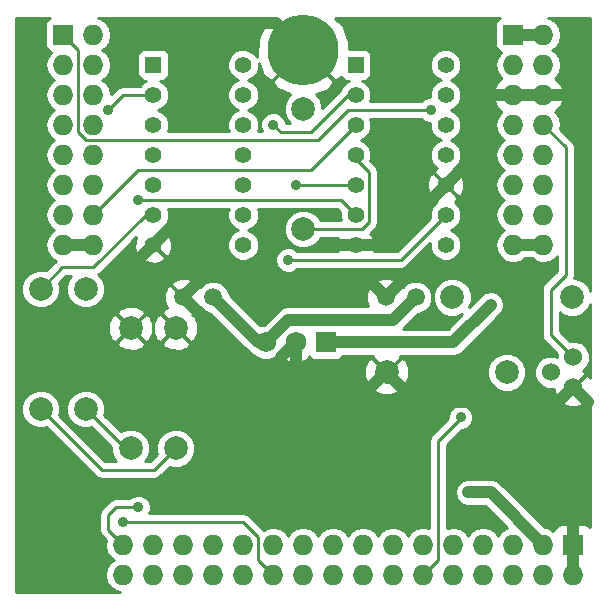
<source format=gbl>
%FSLAX34Y34*%
G04 Gerber Fmt 3.4, Leading zero omitted, Abs format*
G04 (created by PCBNEW (2014-jan-25)-product) date Tue 29 Jul 2014 10:47:11 AM PDT*
%MOIN*%
G01*
G70*
G90*
G04 APERTURE LIST*
%ADD10C,0.003937*%
%ADD11C,0.059100*%
%ADD12C,0.236220*%
%ADD13R,0.068000X0.068000*%
%ADD14O,0.068000X0.068000*%
%ADD15C,0.068000*%
%ADD16C,0.060000*%
%ADD17C,0.078700*%
%ADD18R,0.055000X0.055000*%
%ADD19C,0.055000*%
%ADD20C,0.035000*%
%ADD21C,0.040000*%
%ADD22C,0.010000*%
G04 APERTURE END LIST*
G54D10*
G54D11*
X37000Y-50250D03*
X36000Y-50250D03*
X43750Y-50250D03*
X42750Y-50250D03*
G54D12*
X40000Y-42000D03*
G54D13*
X32000Y-41500D03*
G54D14*
X33000Y-41500D03*
X32000Y-42500D03*
X33000Y-42500D03*
X32000Y-43500D03*
X33000Y-43500D03*
X32000Y-44500D03*
X33000Y-44500D03*
X32000Y-45500D03*
X33000Y-45500D03*
X32000Y-46500D03*
X33000Y-46500D03*
X32000Y-47500D03*
X33000Y-47500D03*
X32000Y-48500D03*
X33000Y-48500D03*
G54D13*
X47000Y-41500D03*
G54D14*
X48000Y-41500D03*
X47000Y-42500D03*
X48000Y-42500D03*
X47000Y-43500D03*
X48000Y-43500D03*
X47000Y-44500D03*
X48000Y-44500D03*
X47000Y-45500D03*
X48000Y-45500D03*
X47000Y-46500D03*
X48000Y-46500D03*
X47000Y-47500D03*
X48000Y-47500D03*
X47000Y-48500D03*
X48000Y-48500D03*
G54D13*
X40750Y-51750D03*
G54D15*
X39750Y-51750D03*
X38750Y-51750D03*
G54D13*
X49000Y-58500D03*
G54D14*
X49000Y-59500D03*
X48000Y-58500D03*
X48000Y-59500D03*
X47000Y-58500D03*
X47000Y-59500D03*
X46000Y-58500D03*
X46000Y-59500D03*
X45000Y-58500D03*
X45000Y-59500D03*
X44000Y-58500D03*
X44000Y-59500D03*
X43000Y-58500D03*
X43000Y-59500D03*
X42000Y-58500D03*
X42000Y-59500D03*
X41000Y-58500D03*
X41000Y-59500D03*
X40000Y-58500D03*
X40000Y-59500D03*
X39000Y-58500D03*
X39000Y-59500D03*
X38000Y-58500D03*
X38000Y-59500D03*
X37000Y-58500D03*
X37000Y-59500D03*
X36000Y-58500D03*
X36000Y-59500D03*
X35000Y-58500D03*
X35000Y-59500D03*
X34000Y-58500D03*
X34000Y-59500D03*
G54D16*
X49000Y-53250D03*
X48250Y-52750D03*
X49000Y-52250D03*
G54D17*
X31250Y-53969D03*
X31250Y-49969D03*
X35750Y-51281D03*
X35750Y-55281D03*
X32750Y-53969D03*
X32750Y-49969D03*
X34250Y-51281D03*
X34250Y-55281D03*
X48969Y-50250D03*
X44969Y-50250D03*
X42781Y-52750D03*
X46781Y-52750D03*
X40000Y-47969D03*
X40000Y-43969D03*
G54D18*
X41750Y-42500D03*
G54D19*
X41750Y-43500D03*
X41750Y-44500D03*
X41750Y-45500D03*
X41750Y-46500D03*
X41750Y-47500D03*
X41750Y-48500D03*
X44750Y-48500D03*
X44750Y-47500D03*
X44750Y-46500D03*
X44750Y-45500D03*
X44750Y-44500D03*
X44750Y-43500D03*
X44750Y-42500D03*
G54D18*
X35000Y-42500D03*
G54D19*
X35000Y-43500D03*
X35000Y-44500D03*
X35000Y-45500D03*
X35000Y-46500D03*
X35000Y-47500D03*
X35000Y-48500D03*
X38000Y-48500D03*
X38000Y-47500D03*
X38000Y-46500D03*
X38000Y-45500D03*
X38000Y-44500D03*
X38000Y-43500D03*
X38000Y-42500D03*
G54D20*
X46250Y-50500D03*
X44250Y-44000D03*
X34500Y-47000D03*
X33500Y-44000D03*
X37200Y-42000D03*
X39750Y-56500D03*
X38750Y-56500D03*
X37000Y-56500D03*
X41000Y-56500D03*
X37000Y-50250D03*
X45250Y-54250D03*
X39500Y-49000D03*
X34000Y-57750D03*
X39750Y-46500D03*
X39000Y-44500D03*
X34500Y-57250D03*
X45500Y-56750D03*
G54D21*
X33000Y-48500D02*
X32000Y-48500D01*
X40750Y-51750D02*
X45000Y-51750D01*
X48000Y-41500D02*
X47000Y-41500D01*
X46250Y-50500D02*
X45000Y-51750D01*
X48000Y-48500D02*
X47000Y-48500D01*
G54D22*
X32500Y-42000D02*
X32500Y-44750D01*
X40500Y-45000D02*
X41500Y-44000D01*
X32750Y-45000D02*
X40500Y-45000D01*
X32500Y-44750D02*
X32750Y-45000D01*
X44250Y-44000D02*
X41500Y-44000D01*
X32500Y-42000D02*
X32000Y-41500D01*
X41250Y-47000D02*
X41750Y-47500D01*
X34500Y-47000D02*
X41250Y-47000D01*
X34000Y-43500D02*
X35000Y-43500D01*
X33500Y-44000D02*
X34000Y-43500D01*
X33000Y-47500D02*
X34500Y-46000D01*
X34500Y-46000D02*
X40250Y-46000D01*
X40250Y-46000D02*
X41750Y-44500D01*
X49000Y-52250D02*
X48250Y-51500D01*
X48750Y-45250D02*
X48000Y-44500D01*
X48750Y-49500D02*
X48750Y-45250D01*
X48250Y-50000D02*
X48750Y-49500D01*
X48250Y-51500D02*
X48250Y-50000D01*
G54D21*
X37200Y-42000D02*
X38100Y-41100D01*
X39100Y-41100D02*
X40000Y-42000D01*
X38100Y-41100D02*
X39100Y-41100D01*
X48000Y-43500D02*
X47000Y-43500D01*
X36000Y-50250D02*
X36500Y-49750D01*
X36000Y-50250D02*
X36500Y-50750D01*
X35000Y-48500D02*
X35500Y-48000D01*
X35000Y-48500D02*
X34500Y-49000D01*
X39750Y-51750D02*
X39750Y-52500D01*
X39750Y-51750D02*
X39250Y-52250D01*
X42719Y-52781D02*
X42250Y-53250D01*
X42781Y-52781D02*
X42719Y-52781D01*
X43250Y-53250D02*
X42781Y-52781D01*
X42750Y-50250D02*
X43250Y-49750D01*
X42750Y-50250D02*
X42250Y-49750D01*
X41750Y-48500D02*
X42500Y-48500D01*
X41750Y-48500D02*
X41000Y-48500D01*
X44750Y-46500D02*
X45250Y-46000D01*
X44750Y-46500D02*
X44250Y-47000D01*
X47000Y-43500D02*
X45750Y-43500D01*
X49000Y-53250D02*
X48500Y-53750D01*
X49000Y-53250D02*
X49500Y-53750D01*
X49000Y-58500D02*
X49000Y-57750D01*
X49000Y-59500D02*
X49000Y-58500D01*
X41000Y-56500D02*
X39750Y-56500D01*
X41750Y-56500D02*
X41000Y-56500D01*
X44500Y-53750D02*
X41750Y-56500D01*
X48500Y-53750D02*
X44500Y-53750D01*
X39750Y-56500D02*
X38750Y-56500D01*
X38750Y-56500D02*
X37000Y-56500D01*
X48000Y-43500D02*
X49000Y-43500D01*
X38750Y-51750D02*
X39500Y-51000D01*
X43000Y-51000D02*
X43750Y-50250D01*
X39500Y-51000D02*
X43000Y-51000D01*
X38500Y-51750D02*
X37000Y-50250D01*
X38750Y-51750D02*
X38500Y-51750D01*
G54D22*
X31250Y-49969D02*
X31969Y-49250D01*
X33000Y-49250D02*
X34750Y-47500D01*
X31969Y-49250D02*
X33000Y-49250D01*
X34750Y-47500D02*
X35000Y-47500D01*
X40000Y-47969D02*
X41969Y-47969D01*
X42188Y-46062D02*
X41750Y-45624D01*
X42188Y-47750D02*
X42188Y-46062D01*
X41969Y-47969D02*
X42188Y-47750D01*
X41750Y-45624D02*
X41750Y-45500D01*
X44000Y-59500D02*
X44500Y-59000D01*
X44500Y-59000D02*
X44500Y-55031D01*
X45250Y-54281D02*
X45250Y-54250D01*
X44500Y-55031D02*
X45250Y-54281D01*
X44750Y-47500D02*
X43250Y-49000D01*
X43250Y-49000D02*
X39500Y-49000D01*
X35750Y-55281D02*
X35031Y-56000D01*
X33281Y-56000D02*
X31250Y-53969D01*
X35031Y-56000D02*
X33281Y-56000D01*
X38500Y-59000D02*
X38500Y-58250D01*
X38000Y-57750D02*
X34000Y-57750D01*
X38500Y-58250D02*
X38000Y-57750D01*
X39000Y-59500D02*
X38500Y-59000D01*
X41750Y-46500D02*
X39750Y-46500D01*
X34250Y-55281D02*
X34062Y-55281D01*
X34062Y-55281D02*
X32750Y-53969D01*
X40250Y-44750D02*
X39250Y-44750D01*
X39250Y-44750D02*
X39000Y-44500D01*
X33500Y-57500D02*
X33750Y-57250D01*
X33750Y-57250D02*
X34500Y-57250D01*
X34000Y-58500D02*
X33500Y-58000D01*
X33500Y-58000D02*
X33500Y-57500D01*
X41750Y-43500D02*
X41500Y-43500D01*
X41500Y-43500D02*
X40250Y-44750D01*
G54D21*
X48000Y-58500D02*
X46250Y-56750D01*
X46250Y-56750D02*
X45500Y-56750D01*
X39969Y-44000D02*
X40000Y-43969D01*
G54D22*
G36*
X38950Y-40965D02*
X38731Y-41090D01*
X38479Y-41645D01*
X38460Y-42239D01*
X38445Y-42203D01*
X38297Y-42055D01*
X38104Y-41975D01*
X37896Y-41974D01*
X37703Y-42054D01*
X37555Y-42202D01*
X37475Y-42395D01*
X37474Y-42603D01*
X37554Y-42797D01*
X37702Y-42944D01*
X37835Y-43000D01*
X37703Y-43054D01*
X37555Y-43202D01*
X37475Y-43395D01*
X37474Y-43603D01*
X37554Y-43797D01*
X37702Y-43944D01*
X37835Y-44000D01*
X37703Y-44054D01*
X37555Y-44202D01*
X37475Y-44395D01*
X37474Y-44603D01*
X37514Y-44700D01*
X35485Y-44700D01*
X35524Y-44604D01*
X35525Y-44396D01*
X35445Y-44203D01*
X35297Y-44055D01*
X35164Y-43999D01*
X35297Y-43945D01*
X35444Y-43797D01*
X35524Y-43604D01*
X35525Y-43396D01*
X35445Y-43203D01*
X35297Y-43055D01*
X35225Y-43025D01*
X35324Y-43025D01*
X35416Y-42986D01*
X35486Y-42916D01*
X35525Y-42824D01*
X35525Y-42725D01*
X35525Y-42175D01*
X35486Y-42083D01*
X35416Y-42013D01*
X35324Y-41975D01*
X35225Y-41975D01*
X34675Y-41975D01*
X34583Y-42013D01*
X34513Y-42083D01*
X34475Y-42175D01*
X34475Y-42274D01*
X34475Y-42824D01*
X34513Y-42916D01*
X34583Y-42986D01*
X34675Y-43025D01*
X34774Y-43025D01*
X34774Y-43025D01*
X34703Y-43054D01*
X34557Y-43200D01*
X34000Y-43200D01*
X33885Y-43222D01*
X33787Y-43287D01*
X33589Y-43486D01*
X33545Y-43262D01*
X33417Y-43071D01*
X33310Y-43000D01*
X33417Y-42928D01*
X33545Y-42737D01*
X33590Y-42511D01*
X33590Y-42488D01*
X33545Y-42262D01*
X33417Y-42071D01*
X33310Y-42000D01*
X33417Y-41928D01*
X33545Y-41737D01*
X33590Y-41511D01*
X33590Y-41488D01*
X33545Y-41262D01*
X33417Y-41071D01*
X33225Y-40943D01*
X33144Y-40927D01*
X38913Y-40927D01*
X38950Y-40965D01*
X38950Y-40965D01*
G37*
X38950Y-40965D02*
X38731Y-41090D01*
X38479Y-41645D01*
X38460Y-42239D01*
X38445Y-42203D01*
X38297Y-42055D01*
X38104Y-41975D01*
X37896Y-41974D01*
X37703Y-42054D01*
X37555Y-42202D01*
X37475Y-42395D01*
X37474Y-42603D01*
X37554Y-42797D01*
X37702Y-42944D01*
X37835Y-43000D01*
X37703Y-43054D01*
X37555Y-43202D01*
X37475Y-43395D01*
X37474Y-43603D01*
X37554Y-43797D01*
X37702Y-43944D01*
X37835Y-44000D01*
X37703Y-44054D01*
X37555Y-44202D01*
X37475Y-44395D01*
X37474Y-44603D01*
X37514Y-44700D01*
X35485Y-44700D01*
X35524Y-44604D01*
X35525Y-44396D01*
X35445Y-44203D01*
X35297Y-44055D01*
X35164Y-43999D01*
X35297Y-43945D01*
X35444Y-43797D01*
X35524Y-43604D01*
X35525Y-43396D01*
X35445Y-43203D01*
X35297Y-43055D01*
X35225Y-43025D01*
X35324Y-43025D01*
X35416Y-42986D01*
X35486Y-42916D01*
X35525Y-42824D01*
X35525Y-42725D01*
X35525Y-42175D01*
X35486Y-42083D01*
X35416Y-42013D01*
X35324Y-41975D01*
X35225Y-41975D01*
X34675Y-41975D01*
X34583Y-42013D01*
X34513Y-42083D01*
X34475Y-42175D01*
X34475Y-42274D01*
X34475Y-42824D01*
X34513Y-42916D01*
X34583Y-42986D01*
X34675Y-43025D01*
X34774Y-43025D01*
X34774Y-43025D01*
X34703Y-43054D01*
X34557Y-43200D01*
X34000Y-43200D01*
X33885Y-43222D01*
X33787Y-43287D01*
X33589Y-43486D01*
X33545Y-43262D01*
X33417Y-43071D01*
X33310Y-43000D01*
X33417Y-42928D01*
X33545Y-42737D01*
X33590Y-42511D01*
X33590Y-42488D01*
X33545Y-42262D01*
X33417Y-42071D01*
X33310Y-42000D01*
X33417Y-41928D01*
X33545Y-41737D01*
X33590Y-41511D01*
X33590Y-41488D01*
X33545Y-41262D01*
X33417Y-41071D01*
X33225Y-40943D01*
X33144Y-40927D01*
X38913Y-40927D01*
X38950Y-40965D01*
G36*
X41524Y-43025D02*
X41453Y-43054D01*
X41305Y-43202D01*
X41256Y-43319D01*
X40643Y-43932D01*
X40643Y-43841D01*
X40545Y-43604D01*
X40419Y-43478D01*
X40824Y-43325D01*
X40909Y-43268D01*
X41034Y-43049D01*
X40000Y-42014D01*
X38965Y-43049D01*
X39090Y-43268D01*
X39571Y-43487D01*
X39454Y-43604D01*
X39356Y-43840D01*
X39356Y-44096D01*
X39454Y-44333D01*
X39570Y-44450D01*
X39425Y-44450D01*
X39425Y-44415D01*
X39360Y-44259D01*
X39241Y-44139D01*
X39084Y-44075D01*
X38915Y-44074D01*
X38759Y-44139D01*
X38639Y-44258D01*
X38575Y-44415D01*
X38574Y-44584D01*
X38622Y-44700D01*
X38485Y-44700D01*
X38524Y-44604D01*
X38525Y-44396D01*
X38445Y-44203D01*
X38297Y-44055D01*
X38164Y-43999D01*
X38297Y-43945D01*
X38444Y-43797D01*
X38524Y-43604D01*
X38525Y-43396D01*
X38445Y-43203D01*
X38297Y-43055D01*
X38164Y-42999D01*
X38297Y-42945D01*
X38444Y-42797D01*
X38524Y-42604D01*
X38525Y-42427D01*
X38674Y-42824D01*
X38731Y-42909D01*
X38950Y-43034D01*
X39985Y-42000D01*
X39980Y-41994D01*
X39994Y-41980D01*
X40000Y-41985D01*
X40005Y-41980D01*
X40019Y-41994D01*
X40014Y-42000D01*
X41049Y-43034D01*
X41261Y-42913D01*
X41263Y-42916D01*
X41333Y-42986D01*
X41425Y-43025D01*
X41524Y-43025D01*
X41524Y-43025D01*
X41524Y-43025D01*
G37*
X41524Y-43025D02*
X41453Y-43054D01*
X41305Y-43202D01*
X41256Y-43319D01*
X40643Y-43932D01*
X40643Y-43841D01*
X40545Y-43604D01*
X40419Y-43478D01*
X40824Y-43325D01*
X40909Y-43268D01*
X41034Y-43049D01*
X40000Y-42014D01*
X38965Y-43049D01*
X39090Y-43268D01*
X39571Y-43487D01*
X39454Y-43604D01*
X39356Y-43840D01*
X39356Y-44096D01*
X39454Y-44333D01*
X39570Y-44450D01*
X39425Y-44450D01*
X39425Y-44415D01*
X39360Y-44259D01*
X39241Y-44139D01*
X39084Y-44075D01*
X38915Y-44074D01*
X38759Y-44139D01*
X38639Y-44258D01*
X38575Y-44415D01*
X38574Y-44584D01*
X38622Y-44700D01*
X38485Y-44700D01*
X38524Y-44604D01*
X38525Y-44396D01*
X38445Y-44203D01*
X38297Y-44055D01*
X38164Y-43999D01*
X38297Y-43945D01*
X38444Y-43797D01*
X38524Y-43604D01*
X38525Y-43396D01*
X38445Y-43203D01*
X38297Y-43055D01*
X38164Y-42999D01*
X38297Y-42945D01*
X38444Y-42797D01*
X38524Y-42604D01*
X38525Y-42427D01*
X38674Y-42824D01*
X38731Y-42909D01*
X38950Y-43034D01*
X39985Y-42000D01*
X39980Y-41994D01*
X39994Y-41980D01*
X40000Y-41985D01*
X40005Y-41980D01*
X40019Y-41994D01*
X40014Y-42000D01*
X41049Y-43034D01*
X41261Y-42913D01*
X41263Y-42916D01*
X41333Y-42986D01*
X41425Y-43025D01*
X41524Y-43025D01*
X41524Y-43025D01*
G36*
X41769Y-48505D02*
X41755Y-48519D01*
X41750Y-48514D01*
X41744Y-48519D01*
X41730Y-48505D01*
X41735Y-48500D01*
X41730Y-48494D01*
X41744Y-48480D01*
X41750Y-48485D01*
X41755Y-48480D01*
X41769Y-48494D01*
X41764Y-48500D01*
X41769Y-48505D01*
X41769Y-48505D01*
G37*
X41769Y-48505D02*
X41755Y-48519D01*
X41750Y-48514D01*
X41744Y-48519D01*
X41730Y-48505D01*
X41735Y-48500D01*
X41730Y-48494D01*
X41744Y-48480D01*
X41750Y-48485D01*
X41755Y-48480D01*
X41769Y-48494D01*
X41764Y-48500D01*
X41769Y-48505D01*
G36*
X49572Y-57897D02*
X49538Y-57863D01*
X49409Y-57810D01*
X49399Y-57810D01*
X49399Y-53663D01*
X49000Y-53264D01*
X48600Y-53663D01*
X48618Y-53791D01*
X48855Y-53896D01*
X49113Y-53902D01*
X49354Y-53809D01*
X49381Y-53791D01*
X49399Y-53663D01*
X49399Y-57810D01*
X49097Y-57810D01*
X49010Y-57897D01*
X49010Y-58490D01*
X49017Y-58490D01*
X49017Y-58510D01*
X49010Y-58510D01*
X49010Y-58897D01*
X49010Y-59102D01*
X49010Y-59490D01*
X49017Y-59490D01*
X49017Y-59510D01*
X49010Y-59510D01*
X49010Y-59517D01*
X48990Y-59517D01*
X48990Y-59510D01*
X48982Y-59510D01*
X48982Y-59490D01*
X48990Y-59490D01*
X48990Y-59102D01*
X48990Y-58897D01*
X48990Y-58510D01*
X48982Y-58510D01*
X48982Y-58490D01*
X48990Y-58490D01*
X48990Y-57897D01*
X48902Y-57810D01*
X48590Y-57810D01*
X48461Y-57863D01*
X48363Y-57961D01*
X48338Y-58022D01*
X48237Y-57954D01*
X48055Y-57918D01*
X47424Y-57288D01*
X47424Y-52622D01*
X47326Y-52385D01*
X47145Y-52204D01*
X46909Y-52106D01*
X46700Y-52106D01*
X46700Y-50500D01*
X46665Y-50327D01*
X46568Y-50181D01*
X46422Y-50084D01*
X46250Y-50050D01*
X46077Y-50084D01*
X45931Y-50181D01*
X45525Y-50588D01*
X45612Y-50378D01*
X45612Y-50122D01*
X45514Y-49885D01*
X45377Y-49748D01*
X45377Y-46390D01*
X45288Y-46158D01*
X45271Y-46133D01*
X45145Y-46118D01*
X44764Y-46500D01*
X45145Y-46881D01*
X45271Y-46866D01*
X45371Y-46639D01*
X45377Y-46390D01*
X45377Y-49748D01*
X45333Y-49704D01*
X45097Y-49606D01*
X44841Y-49606D01*
X44604Y-49704D01*
X44423Y-49885D01*
X44325Y-50121D01*
X44325Y-50377D01*
X44423Y-50614D01*
X44604Y-50795D01*
X44840Y-50893D01*
X45096Y-50893D01*
X45306Y-50806D01*
X44813Y-51300D01*
X43336Y-51300D01*
X43840Y-50795D01*
X43858Y-50795D01*
X44058Y-50712D01*
X44212Y-50559D01*
X44295Y-50358D01*
X44295Y-50141D01*
X44212Y-49941D01*
X44059Y-49787D01*
X43858Y-49704D01*
X43641Y-49704D01*
X43441Y-49787D01*
X43312Y-49915D01*
X43305Y-49897D01*
X43288Y-49871D01*
X43160Y-49853D01*
X43146Y-49867D01*
X43146Y-49839D01*
X43128Y-49711D01*
X42893Y-49607D01*
X42637Y-49601D01*
X42397Y-49694D01*
X42371Y-49711D01*
X42353Y-49839D01*
X42750Y-50235D01*
X43146Y-49839D01*
X43146Y-49867D01*
X42764Y-50250D01*
X42769Y-50255D01*
X42755Y-50269D01*
X42750Y-50264D01*
X42744Y-50269D01*
X42730Y-50255D01*
X42735Y-50250D01*
X42339Y-49853D01*
X42211Y-49871D01*
X42107Y-50106D01*
X42101Y-50362D01*
X42173Y-50550D01*
X39500Y-50550D01*
X39327Y-50584D01*
X39181Y-50681D01*
X38703Y-51159D01*
X38633Y-51159D01*
X38571Y-51185D01*
X37545Y-50159D01*
X37545Y-50141D01*
X37462Y-49941D01*
X37309Y-49787D01*
X37108Y-49704D01*
X36891Y-49704D01*
X36691Y-49787D01*
X36562Y-49915D01*
X36555Y-49897D01*
X36538Y-49871D01*
X36410Y-49853D01*
X36396Y-49867D01*
X36396Y-49839D01*
X36378Y-49711D01*
X36143Y-49607D01*
X35887Y-49601D01*
X35647Y-49694D01*
X35627Y-49707D01*
X35627Y-48390D01*
X35538Y-48158D01*
X35521Y-48133D01*
X35395Y-48118D01*
X35014Y-48500D01*
X35395Y-48881D01*
X35521Y-48866D01*
X35621Y-48639D01*
X35627Y-48390D01*
X35627Y-49707D01*
X35621Y-49711D01*
X35603Y-49839D01*
X36000Y-50235D01*
X36396Y-49839D01*
X36396Y-49867D01*
X36014Y-50250D01*
X36410Y-50646D01*
X36538Y-50628D01*
X36559Y-50580D01*
X36690Y-50712D01*
X36891Y-50795D01*
X36909Y-50795D01*
X38181Y-52068D01*
X38327Y-52165D01*
X38332Y-52166D01*
X38415Y-52249D01*
X38632Y-52339D01*
X38866Y-52340D01*
X39083Y-52250D01*
X39178Y-52155D01*
X39307Y-52178D01*
X39735Y-51750D01*
X39730Y-51744D01*
X39744Y-51730D01*
X39750Y-51735D01*
X39755Y-51730D01*
X39769Y-51744D01*
X39764Y-51750D01*
X39769Y-51755D01*
X39755Y-51769D01*
X39750Y-51764D01*
X39321Y-52192D01*
X39344Y-52324D01*
X39595Y-52436D01*
X39869Y-52443D01*
X40126Y-52344D01*
X40155Y-52324D01*
X40178Y-52192D01*
X40178Y-52192D01*
X40184Y-52198D01*
X40198Y-52231D01*
X40268Y-52301D01*
X40360Y-52340D01*
X40459Y-52340D01*
X41139Y-52340D01*
X41231Y-52301D01*
X41301Y-52231D01*
X41315Y-52200D01*
X42328Y-52200D01*
X42313Y-52268D01*
X42781Y-52735D01*
X43248Y-52268D01*
X43233Y-52200D01*
X45000Y-52200D01*
X45172Y-52165D01*
X45318Y-52068D01*
X46568Y-50818D01*
X46665Y-50672D01*
X46700Y-50500D01*
X46700Y-52106D01*
X46653Y-52106D01*
X46416Y-52204D01*
X46235Y-52385D01*
X46137Y-52621D01*
X46137Y-52877D01*
X46235Y-53114D01*
X46416Y-53295D01*
X46652Y-53393D01*
X46908Y-53393D01*
X47145Y-53295D01*
X47326Y-53114D01*
X47424Y-52878D01*
X47424Y-52622D01*
X47424Y-57288D01*
X46568Y-56431D01*
X46422Y-56334D01*
X46250Y-56300D01*
X45500Y-56300D01*
X45327Y-56334D01*
X45181Y-56431D01*
X45084Y-56577D01*
X45050Y-56750D01*
X45084Y-56922D01*
X45181Y-57068D01*
X45327Y-57165D01*
X45500Y-57200D01*
X46063Y-57200D01*
X46809Y-57945D01*
X46762Y-57954D01*
X46571Y-58082D01*
X46500Y-58189D01*
X46428Y-58082D01*
X46237Y-57954D01*
X46011Y-57910D01*
X45988Y-57910D01*
X45762Y-57954D01*
X45571Y-58082D01*
X45500Y-58189D01*
X45428Y-58082D01*
X45237Y-57954D01*
X45011Y-57910D01*
X44988Y-57910D01*
X44800Y-57947D01*
X44800Y-55155D01*
X45280Y-54675D01*
X45334Y-54675D01*
X45490Y-54610D01*
X45610Y-54491D01*
X45674Y-54334D01*
X45675Y-54165D01*
X45610Y-54009D01*
X45491Y-53889D01*
X45334Y-53825D01*
X45165Y-53824D01*
X45009Y-53889D01*
X44889Y-54008D01*
X44825Y-54165D01*
X44824Y-54281D01*
X44287Y-54818D01*
X44222Y-54916D01*
X44200Y-55031D01*
X44200Y-57947D01*
X44011Y-57910D01*
X43988Y-57910D01*
X43762Y-57954D01*
X43571Y-58082D01*
X43528Y-58147D01*
X43528Y-52621D01*
X43422Y-52345D01*
X43400Y-52312D01*
X43262Y-52282D01*
X42795Y-52750D01*
X43262Y-53217D01*
X43400Y-53187D01*
X43520Y-52917D01*
X43528Y-52621D01*
X43528Y-58147D01*
X43500Y-58189D01*
X43428Y-58082D01*
X43248Y-57962D01*
X43248Y-53231D01*
X42781Y-52764D01*
X42766Y-52778D01*
X42766Y-52750D01*
X42299Y-52282D01*
X42161Y-52312D01*
X42041Y-52582D01*
X42033Y-52878D01*
X42139Y-53154D01*
X42161Y-53187D01*
X42299Y-53217D01*
X42766Y-52750D01*
X42766Y-52778D01*
X42313Y-53231D01*
X42343Y-53369D01*
X42613Y-53489D01*
X42909Y-53497D01*
X43185Y-53391D01*
X43218Y-53369D01*
X43248Y-53231D01*
X43248Y-57962D01*
X43237Y-57954D01*
X43011Y-57910D01*
X42988Y-57910D01*
X42762Y-57954D01*
X42571Y-58082D01*
X42500Y-58189D01*
X42428Y-58082D01*
X42237Y-57954D01*
X42011Y-57910D01*
X41988Y-57910D01*
X41762Y-57954D01*
X41571Y-58082D01*
X41500Y-58189D01*
X41428Y-58082D01*
X41237Y-57954D01*
X41011Y-57910D01*
X40988Y-57910D01*
X40762Y-57954D01*
X40571Y-58082D01*
X40500Y-58189D01*
X40428Y-58082D01*
X40237Y-57954D01*
X40178Y-57943D01*
X40011Y-57910D01*
X39988Y-57910D01*
X39762Y-57954D01*
X39571Y-58082D01*
X39500Y-58189D01*
X39428Y-58082D01*
X39237Y-57954D01*
X39011Y-57910D01*
X38988Y-57910D01*
X38762Y-57954D01*
X38682Y-58008D01*
X38212Y-57537D01*
X38114Y-57472D01*
X38000Y-57450D01*
X36497Y-57450D01*
X36497Y-51152D01*
X36391Y-50876D01*
X36369Y-50843D01*
X36295Y-50827D01*
X36352Y-50805D01*
X36378Y-50788D01*
X36396Y-50660D01*
X36000Y-50264D01*
X35994Y-50269D01*
X35980Y-50255D01*
X35985Y-50250D01*
X35589Y-49853D01*
X35461Y-49871D01*
X35381Y-50052D01*
X35381Y-48895D01*
X35000Y-48514D01*
X34618Y-48895D01*
X34633Y-49021D01*
X34860Y-49121D01*
X35109Y-49127D01*
X35341Y-49038D01*
X35366Y-49021D01*
X35381Y-48895D01*
X35381Y-50052D01*
X35357Y-50106D01*
X35351Y-50362D01*
X35444Y-50602D01*
X35345Y-50639D01*
X35312Y-50661D01*
X35282Y-50799D01*
X35750Y-51266D01*
X35755Y-51261D01*
X35769Y-51275D01*
X35764Y-51281D01*
X36231Y-51748D01*
X36369Y-51718D01*
X36489Y-51448D01*
X36497Y-51152D01*
X36497Y-57450D01*
X36393Y-57450D01*
X36393Y-55153D01*
X36295Y-54916D01*
X36217Y-54838D01*
X36217Y-51762D01*
X35750Y-51295D01*
X35735Y-51309D01*
X35735Y-51281D01*
X35268Y-50813D01*
X35130Y-50843D01*
X35010Y-51113D01*
X35002Y-51409D01*
X35108Y-51685D01*
X35130Y-51718D01*
X35268Y-51748D01*
X35735Y-51281D01*
X35735Y-51309D01*
X35282Y-51762D01*
X35312Y-51900D01*
X35582Y-52020D01*
X35878Y-52028D01*
X36154Y-51922D01*
X36187Y-51900D01*
X36217Y-51762D01*
X36217Y-54838D01*
X36114Y-54735D01*
X35878Y-54637D01*
X35622Y-54637D01*
X35385Y-54735D01*
X35204Y-54916D01*
X35106Y-55152D01*
X35106Y-55408D01*
X35133Y-55473D01*
X34997Y-55609D01*
X34997Y-51152D01*
X34891Y-50876D01*
X34869Y-50843D01*
X34731Y-50813D01*
X34717Y-50828D01*
X34717Y-50799D01*
X34687Y-50661D01*
X34417Y-50541D01*
X34121Y-50533D01*
X33845Y-50639D01*
X33812Y-50661D01*
X33782Y-50799D01*
X34250Y-51266D01*
X34717Y-50799D01*
X34717Y-50828D01*
X34264Y-51281D01*
X34731Y-51748D01*
X34869Y-51718D01*
X34989Y-51448D01*
X34997Y-51152D01*
X34997Y-55609D01*
X34906Y-55700D01*
X34741Y-55700D01*
X34795Y-55645D01*
X34893Y-55409D01*
X34893Y-55153D01*
X34795Y-54916D01*
X34717Y-54838D01*
X34717Y-51762D01*
X34250Y-51295D01*
X34235Y-51309D01*
X34235Y-51281D01*
X33768Y-50813D01*
X33630Y-50843D01*
X33510Y-51113D01*
X33502Y-51409D01*
X33608Y-51685D01*
X33630Y-51718D01*
X33768Y-51748D01*
X34235Y-51281D01*
X34235Y-51309D01*
X33782Y-51762D01*
X33812Y-51900D01*
X34082Y-52020D01*
X34378Y-52028D01*
X34654Y-51922D01*
X34687Y-51900D01*
X34717Y-51762D01*
X34717Y-54838D01*
X34614Y-54735D01*
X34378Y-54637D01*
X34122Y-54637D01*
X33924Y-54719D01*
X33366Y-54161D01*
X33393Y-54097D01*
X33393Y-53841D01*
X33295Y-53604D01*
X33114Y-53423D01*
X32878Y-53325D01*
X32622Y-53325D01*
X32385Y-53423D01*
X32204Y-53604D01*
X32106Y-53840D01*
X32106Y-54096D01*
X32204Y-54333D01*
X32385Y-54514D01*
X32621Y-54612D01*
X32877Y-54612D01*
X32942Y-54585D01*
X33606Y-55249D01*
X33606Y-55408D01*
X33704Y-55645D01*
X33759Y-55700D01*
X33405Y-55700D01*
X31866Y-54161D01*
X31893Y-54097D01*
X31893Y-53841D01*
X31795Y-53604D01*
X31614Y-53423D01*
X31378Y-53325D01*
X31122Y-53325D01*
X30885Y-53423D01*
X30704Y-53604D01*
X30606Y-53840D01*
X30606Y-54096D01*
X30704Y-54333D01*
X30885Y-54514D01*
X31121Y-54612D01*
X31377Y-54612D01*
X31442Y-54585D01*
X33068Y-56212D01*
X33166Y-56277D01*
X33281Y-56300D01*
X35031Y-56300D01*
X35031Y-56299D01*
X35145Y-56277D01*
X35145Y-56277D01*
X35243Y-56212D01*
X35557Y-55897D01*
X35621Y-55924D01*
X35877Y-55924D01*
X36114Y-55826D01*
X36295Y-55645D01*
X36393Y-55409D01*
X36393Y-55153D01*
X36393Y-57450D01*
X34877Y-57450D01*
X34924Y-57334D01*
X34925Y-57165D01*
X34860Y-57009D01*
X34741Y-56889D01*
X34584Y-56825D01*
X34415Y-56824D01*
X34259Y-56889D01*
X34198Y-56950D01*
X33750Y-56950D01*
X33635Y-56972D01*
X33596Y-56998D01*
X33537Y-57037D01*
X33287Y-57287D01*
X33222Y-57385D01*
X33200Y-57500D01*
X33200Y-58000D01*
X33222Y-58114D01*
X33287Y-58212D01*
X33427Y-58352D01*
X33398Y-58500D01*
X33443Y-58725D01*
X33571Y-58917D01*
X33695Y-59000D01*
X33571Y-59082D01*
X33443Y-59274D01*
X33398Y-59500D01*
X33443Y-59725D01*
X33571Y-59917D01*
X33762Y-60045D01*
X33902Y-60072D01*
X30427Y-60072D01*
X30427Y-40927D01*
X31568Y-40927D01*
X31518Y-40948D01*
X31448Y-41018D01*
X31410Y-41110D01*
X31410Y-41209D01*
X31410Y-41889D01*
X31448Y-41981D01*
X31518Y-42051D01*
X31578Y-42077D01*
X31454Y-42262D01*
X31410Y-42488D01*
X31410Y-42511D01*
X31454Y-42737D01*
X31582Y-42928D01*
X31689Y-43000D01*
X31582Y-43071D01*
X31454Y-43262D01*
X31410Y-43488D01*
X31410Y-43511D01*
X31454Y-43737D01*
X31582Y-43928D01*
X31689Y-44000D01*
X31582Y-44071D01*
X31454Y-44262D01*
X31410Y-44488D01*
X31410Y-44511D01*
X31454Y-44737D01*
X31582Y-44928D01*
X31689Y-45000D01*
X31582Y-45071D01*
X31454Y-45262D01*
X31410Y-45488D01*
X31410Y-45511D01*
X31454Y-45737D01*
X31582Y-45928D01*
X31689Y-46000D01*
X31582Y-46071D01*
X31454Y-46262D01*
X31410Y-46488D01*
X31410Y-46511D01*
X31454Y-46737D01*
X31582Y-46928D01*
X31689Y-47000D01*
X31582Y-47071D01*
X31454Y-47262D01*
X31410Y-47488D01*
X31410Y-47511D01*
X31454Y-47737D01*
X31582Y-47928D01*
X31689Y-48000D01*
X31582Y-48071D01*
X31454Y-48262D01*
X31410Y-48488D01*
X31410Y-48511D01*
X31454Y-48737D01*
X31582Y-48928D01*
X31752Y-49042D01*
X31442Y-49352D01*
X31378Y-49325D01*
X31122Y-49325D01*
X30885Y-49423D01*
X30704Y-49604D01*
X30606Y-49840D01*
X30606Y-50096D01*
X30704Y-50333D01*
X30885Y-50514D01*
X31121Y-50612D01*
X31377Y-50612D01*
X31614Y-50514D01*
X31795Y-50333D01*
X31893Y-50097D01*
X31893Y-49841D01*
X31866Y-49776D01*
X32093Y-49550D01*
X32258Y-49550D01*
X32204Y-49604D01*
X32106Y-49840D01*
X32106Y-50096D01*
X32204Y-50333D01*
X32385Y-50514D01*
X32621Y-50612D01*
X32877Y-50612D01*
X33114Y-50514D01*
X33295Y-50333D01*
X33393Y-50097D01*
X33393Y-49841D01*
X33295Y-49604D01*
X33176Y-49485D01*
X33212Y-49462D01*
X34429Y-48244D01*
X34378Y-48360D01*
X34372Y-48609D01*
X34461Y-48841D01*
X34478Y-48866D01*
X34604Y-48881D01*
X34985Y-48500D01*
X34980Y-48494D01*
X34994Y-48480D01*
X35000Y-48485D01*
X35381Y-48104D01*
X35366Y-47978D01*
X35293Y-47946D01*
X35297Y-47945D01*
X35444Y-47797D01*
X35524Y-47604D01*
X35525Y-47396D01*
X35485Y-47300D01*
X37514Y-47300D01*
X37475Y-47395D01*
X37474Y-47603D01*
X37554Y-47797D01*
X37702Y-47944D01*
X37835Y-48000D01*
X37703Y-48054D01*
X37555Y-48202D01*
X37475Y-48395D01*
X37474Y-48603D01*
X37554Y-48797D01*
X37702Y-48944D01*
X37895Y-49024D01*
X38103Y-49025D01*
X38297Y-48945D01*
X38444Y-48797D01*
X38524Y-48604D01*
X38525Y-48396D01*
X38445Y-48203D01*
X38297Y-48055D01*
X38164Y-47999D01*
X38297Y-47945D01*
X38444Y-47797D01*
X38524Y-47604D01*
X38525Y-47396D01*
X38485Y-47300D01*
X41125Y-47300D01*
X41225Y-47399D01*
X41224Y-47603D01*
X41251Y-47669D01*
X40572Y-47669D01*
X40545Y-47604D01*
X40364Y-47423D01*
X40128Y-47325D01*
X39872Y-47325D01*
X39635Y-47423D01*
X39454Y-47604D01*
X39356Y-47840D01*
X39356Y-48096D01*
X39454Y-48333D01*
X39635Y-48514D01*
X39871Y-48612D01*
X40127Y-48612D01*
X40364Y-48514D01*
X40545Y-48333D01*
X40572Y-48269D01*
X41168Y-48269D01*
X41128Y-48360D01*
X41122Y-48609D01*
X41157Y-48700D01*
X39801Y-48700D01*
X39741Y-48639D01*
X39584Y-48575D01*
X39415Y-48574D01*
X39259Y-48639D01*
X39139Y-48758D01*
X39075Y-48915D01*
X39074Y-49084D01*
X39139Y-49240D01*
X39258Y-49360D01*
X39415Y-49424D01*
X39584Y-49425D01*
X39740Y-49360D01*
X39801Y-49300D01*
X43250Y-49300D01*
X43250Y-49299D01*
X43364Y-49277D01*
X43364Y-49277D01*
X43462Y-49212D01*
X44225Y-48449D01*
X44224Y-48603D01*
X44304Y-48797D01*
X44452Y-48944D01*
X44645Y-49024D01*
X44853Y-49025D01*
X45047Y-48945D01*
X45194Y-48797D01*
X45274Y-48604D01*
X45275Y-48396D01*
X45195Y-48203D01*
X45047Y-48055D01*
X44914Y-47999D01*
X45047Y-47945D01*
X45194Y-47797D01*
X45274Y-47604D01*
X45275Y-47396D01*
X45195Y-47203D01*
X45047Y-47055D01*
X45047Y-47055D01*
X45091Y-47038D01*
X45116Y-47021D01*
X45131Y-46895D01*
X44750Y-46514D01*
X44735Y-46528D01*
X44735Y-46500D01*
X44354Y-46118D01*
X44228Y-46133D01*
X44128Y-46360D01*
X44122Y-46609D01*
X44211Y-46841D01*
X44228Y-46866D01*
X44354Y-46881D01*
X44735Y-46500D01*
X44735Y-46528D01*
X44368Y-46895D01*
X44383Y-47021D01*
X44456Y-47053D01*
X44453Y-47054D01*
X44305Y-47202D01*
X44225Y-47395D01*
X44224Y-47600D01*
X43125Y-48700D01*
X42344Y-48700D01*
X42371Y-48639D01*
X42377Y-48390D01*
X42288Y-48158D01*
X42271Y-48133D01*
X42233Y-48128D01*
X42400Y-47962D01*
X42400Y-47962D01*
X42465Y-47864D01*
X42487Y-47750D01*
X42488Y-47750D01*
X42488Y-46062D01*
X42465Y-45947D01*
X42465Y-45947D01*
X42400Y-45849D01*
X42239Y-45689D01*
X42274Y-45604D01*
X42275Y-45396D01*
X42195Y-45203D01*
X42047Y-45055D01*
X41914Y-44999D01*
X42047Y-44945D01*
X42194Y-44797D01*
X42274Y-44604D01*
X42275Y-44396D01*
X42235Y-44300D01*
X43948Y-44300D01*
X44008Y-44360D01*
X44165Y-44424D01*
X44225Y-44424D01*
X44224Y-44603D01*
X44304Y-44797D01*
X44452Y-44944D01*
X44585Y-45000D01*
X44453Y-45054D01*
X44305Y-45202D01*
X44225Y-45395D01*
X44224Y-45603D01*
X44304Y-45797D01*
X44452Y-45944D01*
X44452Y-45944D01*
X44408Y-45961D01*
X44383Y-45978D01*
X44368Y-46104D01*
X44750Y-46485D01*
X45131Y-46104D01*
X45116Y-45978D01*
X45043Y-45946D01*
X45047Y-45945D01*
X45194Y-45797D01*
X45274Y-45604D01*
X45275Y-45396D01*
X45195Y-45203D01*
X45047Y-45055D01*
X44914Y-44999D01*
X45047Y-44945D01*
X45194Y-44797D01*
X45274Y-44604D01*
X45275Y-44396D01*
X45195Y-44203D01*
X45047Y-44055D01*
X44914Y-43999D01*
X45047Y-43945D01*
X45194Y-43797D01*
X45274Y-43604D01*
X45275Y-43396D01*
X45195Y-43203D01*
X45047Y-43055D01*
X44914Y-42999D01*
X45047Y-42945D01*
X45194Y-42797D01*
X45274Y-42604D01*
X45275Y-42396D01*
X45195Y-42203D01*
X45047Y-42055D01*
X44854Y-41975D01*
X44646Y-41974D01*
X44453Y-42054D01*
X44305Y-42202D01*
X44225Y-42395D01*
X44224Y-42603D01*
X44304Y-42797D01*
X44452Y-42944D01*
X44585Y-43000D01*
X44453Y-43054D01*
X44305Y-43202D01*
X44225Y-43395D01*
X44224Y-43574D01*
X44165Y-43574D01*
X44009Y-43639D01*
X43948Y-43700D01*
X42235Y-43700D01*
X42274Y-43604D01*
X42275Y-43396D01*
X42195Y-43203D01*
X42047Y-43055D01*
X41975Y-43025D01*
X42074Y-43025D01*
X42166Y-42986D01*
X42236Y-42916D01*
X42275Y-42824D01*
X42275Y-42725D01*
X42275Y-42175D01*
X42236Y-42083D01*
X42166Y-42013D01*
X42074Y-41975D01*
X41975Y-41975D01*
X41532Y-41975D01*
X41540Y-41745D01*
X41325Y-41175D01*
X41268Y-41090D01*
X41049Y-40965D01*
X41086Y-40927D01*
X46568Y-40927D01*
X46518Y-40948D01*
X46448Y-41018D01*
X46410Y-41110D01*
X46410Y-41209D01*
X46410Y-41889D01*
X46448Y-41981D01*
X46518Y-42051D01*
X46578Y-42077D01*
X46454Y-42262D01*
X46410Y-42488D01*
X46410Y-42511D01*
X46454Y-42737D01*
X46582Y-42928D01*
X46599Y-42939D01*
X46416Y-43130D01*
X46320Y-43382D01*
X46397Y-43490D01*
X46990Y-43490D01*
X46990Y-43482D01*
X47010Y-43482D01*
X47010Y-43490D01*
X47397Y-43490D01*
X47602Y-43490D01*
X47990Y-43490D01*
X47990Y-43482D01*
X48010Y-43482D01*
X48010Y-43490D01*
X48602Y-43490D01*
X48679Y-43382D01*
X48583Y-43130D01*
X48400Y-42939D01*
X48417Y-42928D01*
X48545Y-42737D01*
X48590Y-42511D01*
X48590Y-42488D01*
X48545Y-42262D01*
X48417Y-42071D01*
X48310Y-42000D01*
X48417Y-41928D01*
X48545Y-41737D01*
X48590Y-41511D01*
X48590Y-41488D01*
X48545Y-41262D01*
X48417Y-41071D01*
X48225Y-40943D01*
X48144Y-40927D01*
X49572Y-40927D01*
X49572Y-50026D01*
X49514Y-49885D01*
X49333Y-49704D01*
X49097Y-49606D01*
X49028Y-49606D01*
X49049Y-49500D01*
X49050Y-49500D01*
X49050Y-45250D01*
X49027Y-45135D01*
X49027Y-45135D01*
X48962Y-45037D01*
X48564Y-44640D01*
X48590Y-44511D01*
X48590Y-44488D01*
X48545Y-44262D01*
X48417Y-44071D01*
X48400Y-44060D01*
X48583Y-43869D01*
X48679Y-43617D01*
X48602Y-43510D01*
X48010Y-43510D01*
X48010Y-43517D01*
X47990Y-43517D01*
X47990Y-43510D01*
X47602Y-43510D01*
X47397Y-43510D01*
X47010Y-43510D01*
X47010Y-43517D01*
X46990Y-43517D01*
X46990Y-43510D01*
X46397Y-43510D01*
X46320Y-43617D01*
X46416Y-43869D01*
X46599Y-44060D01*
X46582Y-44071D01*
X46454Y-44262D01*
X46410Y-44488D01*
X46410Y-44511D01*
X46454Y-44737D01*
X46582Y-44928D01*
X46689Y-45000D01*
X46582Y-45071D01*
X46454Y-45262D01*
X46410Y-45488D01*
X46410Y-45511D01*
X46454Y-45737D01*
X46582Y-45928D01*
X46689Y-46000D01*
X46582Y-46071D01*
X46454Y-46262D01*
X46410Y-46488D01*
X46410Y-46511D01*
X46454Y-46737D01*
X46582Y-46928D01*
X46689Y-47000D01*
X46582Y-47071D01*
X46454Y-47262D01*
X46410Y-47488D01*
X46410Y-47511D01*
X46454Y-47737D01*
X46582Y-47928D01*
X46689Y-48000D01*
X46582Y-48071D01*
X46454Y-48262D01*
X46410Y-48488D01*
X46410Y-48511D01*
X46454Y-48737D01*
X46582Y-48928D01*
X46774Y-49056D01*
X47000Y-49101D01*
X47225Y-49056D01*
X47385Y-48950D01*
X47614Y-48950D01*
X47774Y-49056D01*
X48000Y-49101D01*
X48225Y-49056D01*
X48417Y-48928D01*
X48450Y-48879D01*
X48450Y-49375D01*
X48037Y-49787D01*
X47972Y-49885D01*
X47950Y-50000D01*
X47950Y-51500D01*
X47972Y-51614D01*
X48037Y-51712D01*
X48454Y-52128D01*
X48450Y-52140D01*
X48450Y-52237D01*
X48359Y-52200D01*
X48141Y-52199D01*
X47938Y-52283D01*
X47784Y-52438D01*
X47700Y-52640D01*
X47699Y-52858D01*
X47783Y-53061D01*
X47938Y-53215D01*
X48140Y-53299D01*
X48348Y-53300D01*
X48347Y-53363D01*
X48440Y-53604D01*
X48458Y-53631D01*
X48586Y-53649D01*
X48985Y-53250D01*
X48980Y-53244D01*
X48994Y-53230D01*
X49000Y-53235D01*
X49399Y-52836D01*
X49381Y-52708D01*
X49338Y-52689D01*
X49465Y-52561D01*
X49549Y-52359D01*
X49550Y-52141D01*
X49466Y-51938D01*
X49311Y-51784D01*
X49109Y-51700D01*
X48891Y-51699D01*
X48879Y-51704D01*
X48550Y-51375D01*
X48550Y-50741D01*
X48604Y-50795D01*
X48840Y-50893D01*
X49096Y-50893D01*
X49333Y-50795D01*
X49514Y-50614D01*
X49572Y-50473D01*
X49572Y-52929D01*
X49559Y-52895D01*
X49541Y-52868D01*
X49413Y-52850D01*
X49014Y-53250D01*
X49413Y-53649D01*
X49541Y-53631D01*
X49572Y-53561D01*
X49572Y-57897D01*
X49572Y-57897D01*
G37*
X49572Y-57897D02*
X49538Y-57863D01*
X49409Y-57810D01*
X49399Y-57810D01*
X49399Y-53663D01*
X49000Y-53264D01*
X48600Y-53663D01*
X48618Y-53791D01*
X48855Y-53896D01*
X49113Y-53902D01*
X49354Y-53809D01*
X49381Y-53791D01*
X49399Y-53663D01*
X49399Y-57810D01*
X49097Y-57810D01*
X49010Y-57897D01*
X49010Y-58490D01*
X49017Y-58490D01*
X49017Y-58510D01*
X49010Y-58510D01*
X49010Y-58897D01*
X49010Y-59102D01*
X49010Y-59490D01*
X49017Y-59490D01*
X49017Y-59510D01*
X49010Y-59510D01*
X49010Y-59517D01*
X48990Y-59517D01*
X48990Y-59510D01*
X48982Y-59510D01*
X48982Y-59490D01*
X48990Y-59490D01*
X48990Y-59102D01*
X48990Y-58897D01*
X48990Y-58510D01*
X48982Y-58510D01*
X48982Y-58490D01*
X48990Y-58490D01*
X48990Y-57897D01*
X48902Y-57810D01*
X48590Y-57810D01*
X48461Y-57863D01*
X48363Y-57961D01*
X48338Y-58022D01*
X48237Y-57954D01*
X48055Y-57918D01*
X47424Y-57288D01*
X47424Y-52622D01*
X47326Y-52385D01*
X47145Y-52204D01*
X46909Y-52106D01*
X46700Y-52106D01*
X46700Y-50500D01*
X46665Y-50327D01*
X46568Y-50181D01*
X46422Y-50084D01*
X46250Y-50050D01*
X46077Y-50084D01*
X45931Y-50181D01*
X45525Y-50588D01*
X45612Y-50378D01*
X45612Y-50122D01*
X45514Y-49885D01*
X45377Y-49748D01*
X45377Y-46390D01*
X45288Y-46158D01*
X45271Y-46133D01*
X45145Y-46118D01*
X44764Y-46500D01*
X45145Y-46881D01*
X45271Y-46866D01*
X45371Y-46639D01*
X45377Y-46390D01*
X45377Y-49748D01*
X45333Y-49704D01*
X45097Y-49606D01*
X44841Y-49606D01*
X44604Y-49704D01*
X44423Y-49885D01*
X44325Y-50121D01*
X44325Y-50377D01*
X44423Y-50614D01*
X44604Y-50795D01*
X44840Y-50893D01*
X45096Y-50893D01*
X45306Y-50806D01*
X44813Y-51300D01*
X43336Y-51300D01*
X43840Y-50795D01*
X43858Y-50795D01*
X44058Y-50712D01*
X44212Y-50559D01*
X44295Y-50358D01*
X44295Y-50141D01*
X44212Y-49941D01*
X44059Y-49787D01*
X43858Y-49704D01*
X43641Y-49704D01*
X43441Y-49787D01*
X43312Y-49915D01*
X43305Y-49897D01*
X43288Y-49871D01*
X43160Y-49853D01*
X43146Y-49867D01*
X43146Y-49839D01*
X43128Y-49711D01*
X42893Y-49607D01*
X42637Y-49601D01*
X42397Y-49694D01*
X42371Y-49711D01*
X42353Y-49839D01*
X42750Y-50235D01*
X43146Y-49839D01*
X43146Y-49867D01*
X42764Y-50250D01*
X42769Y-50255D01*
X42755Y-50269D01*
X42750Y-50264D01*
X42744Y-50269D01*
X42730Y-50255D01*
X42735Y-50250D01*
X42339Y-49853D01*
X42211Y-49871D01*
X42107Y-50106D01*
X42101Y-50362D01*
X42173Y-50550D01*
X39500Y-50550D01*
X39327Y-50584D01*
X39181Y-50681D01*
X38703Y-51159D01*
X38633Y-51159D01*
X38571Y-51185D01*
X37545Y-50159D01*
X37545Y-50141D01*
X37462Y-49941D01*
X37309Y-49787D01*
X37108Y-49704D01*
X36891Y-49704D01*
X36691Y-49787D01*
X36562Y-49915D01*
X36555Y-49897D01*
X36538Y-49871D01*
X36410Y-49853D01*
X36396Y-49867D01*
X36396Y-49839D01*
X36378Y-49711D01*
X36143Y-49607D01*
X35887Y-49601D01*
X35647Y-49694D01*
X35627Y-49707D01*
X35627Y-48390D01*
X35538Y-48158D01*
X35521Y-48133D01*
X35395Y-48118D01*
X35014Y-48500D01*
X35395Y-48881D01*
X35521Y-48866D01*
X35621Y-48639D01*
X35627Y-48390D01*
X35627Y-49707D01*
X35621Y-49711D01*
X35603Y-49839D01*
X36000Y-50235D01*
X36396Y-49839D01*
X36396Y-49867D01*
X36014Y-50250D01*
X36410Y-50646D01*
X36538Y-50628D01*
X36559Y-50580D01*
X36690Y-50712D01*
X36891Y-50795D01*
X36909Y-50795D01*
X38181Y-52068D01*
X38327Y-52165D01*
X38332Y-52166D01*
X38415Y-52249D01*
X38632Y-52339D01*
X38866Y-52340D01*
X39083Y-52250D01*
X39178Y-52155D01*
X39307Y-52178D01*
X39735Y-51750D01*
X39730Y-51744D01*
X39744Y-51730D01*
X39750Y-51735D01*
X39755Y-51730D01*
X39769Y-51744D01*
X39764Y-51750D01*
X39769Y-51755D01*
X39755Y-51769D01*
X39750Y-51764D01*
X39321Y-52192D01*
X39344Y-52324D01*
X39595Y-52436D01*
X39869Y-52443D01*
X40126Y-52344D01*
X40155Y-52324D01*
X40178Y-52192D01*
X40178Y-52192D01*
X40184Y-52198D01*
X40198Y-52231D01*
X40268Y-52301D01*
X40360Y-52340D01*
X40459Y-52340D01*
X41139Y-52340D01*
X41231Y-52301D01*
X41301Y-52231D01*
X41315Y-52200D01*
X42328Y-52200D01*
X42313Y-52268D01*
X42781Y-52735D01*
X43248Y-52268D01*
X43233Y-52200D01*
X45000Y-52200D01*
X45172Y-52165D01*
X45318Y-52068D01*
X46568Y-50818D01*
X46665Y-50672D01*
X46700Y-50500D01*
X46700Y-52106D01*
X46653Y-52106D01*
X46416Y-52204D01*
X46235Y-52385D01*
X46137Y-52621D01*
X46137Y-52877D01*
X46235Y-53114D01*
X46416Y-53295D01*
X46652Y-53393D01*
X46908Y-53393D01*
X47145Y-53295D01*
X47326Y-53114D01*
X47424Y-52878D01*
X47424Y-52622D01*
X47424Y-57288D01*
X46568Y-56431D01*
X46422Y-56334D01*
X46250Y-56300D01*
X45500Y-56300D01*
X45327Y-56334D01*
X45181Y-56431D01*
X45084Y-56577D01*
X45050Y-56750D01*
X45084Y-56922D01*
X45181Y-57068D01*
X45327Y-57165D01*
X45500Y-57200D01*
X46063Y-57200D01*
X46809Y-57945D01*
X46762Y-57954D01*
X46571Y-58082D01*
X46500Y-58189D01*
X46428Y-58082D01*
X46237Y-57954D01*
X46011Y-57910D01*
X45988Y-57910D01*
X45762Y-57954D01*
X45571Y-58082D01*
X45500Y-58189D01*
X45428Y-58082D01*
X45237Y-57954D01*
X45011Y-57910D01*
X44988Y-57910D01*
X44800Y-57947D01*
X44800Y-55155D01*
X45280Y-54675D01*
X45334Y-54675D01*
X45490Y-54610D01*
X45610Y-54491D01*
X45674Y-54334D01*
X45675Y-54165D01*
X45610Y-54009D01*
X45491Y-53889D01*
X45334Y-53825D01*
X45165Y-53824D01*
X45009Y-53889D01*
X44889Y-54008D01*
X44825Y-54165D01*
X44824Y-54281D01*
X44287Y-54818D01*
X44222Y-54916D01*
X44200Y-55031D01*
X44200Y-57947D01*
X44011Y-57910D01*
X43988Y-57910D01*
X43762Y-57954D01*
X43571Y-58082D01*
X43528Y-58147D01*
X43528Y-52621D01*
X43422Y-52345D01*
X43400Y-52312D01*
X43262Y-52282D01*
X42795Y-52750D01*
X43262Y-53217D01*
X43400Y-53187D01*
X43520Y-52917D01*
X43528Y-52621D01*
X43528Y-58147D01*
X43500Y-58189D01*
X43428Y-58082D01*
X43248Y-57962D01*
X43248Y-53231D01*
X42781Y-52764D01*
X42766Y-52778D01*
X42766Y-52750D01*
X42299Y-52282D01*
X42161Y-52312D01*
X42041Y-52582D01*
X42033Y-52878D01*
X42139Y-53154D01*
X42161Y-53187D01*
X42299Y-53217D01*
X42766Y-52750D01*
X42766Y-52778D01*
X42313Y-53231D01*
X42343Y-53369D01*
X42613Y-53489D01*
X42909Y-53497D01*
X43185Y-53391D01*
X43218Y-53369D01*
X43248Y-53231D01*
X43248Y-57962D01*
X43237Y-57954D01*
X43011Y-57910D01*
X42988Y-57910D01*
X42762Y-57954D01*
X42571Y-58082D01*
X42500Y-58189D01*
X42428Y-58082D01*
X42237Y-57954D01*
X42011Y-57910D01*
X41988Y-57910D01*
X41762Y-57954D01*
X41571Y-58082D01*
X41500Y-58189D01*
X41428Y-58082D01*
X41237Y-57954D01*
X41011Y-57910D01*
X40988Y-57910D01*
X40762Y-57954D01*
X40571Y-58082D01*
X40500Y-58189D01*
X40428Y-58082D01*
X40237Y-57954D01*
X40178Y-57943D01*
X40011Y-57910D01*
X39988Y-57910D01*
X39762Y-57954D01*
X39571Y-58082D01*
X39500Y-58189D01*
X39428Y-58082D01*
X39237Y-57954D01*
X39011Y-57910D01*
X38988Y-57910D01*
X38762Y-57954D01*
X38682Y-58008D01*
X38212Y-57537D01*
X38114Y-57472D01*
X38000Y-57450D01*
X36497Y-57450D01*
X36497Y-51152D01*
X36391Y-50876D01*
X36369Y-50843D01*
X36295Y-50827D01*
X36352Y-50805D01*
X36378Y-50788D01*
X36396Y-50660D01*
X36000Y-50264D01*
X35994Y-50269D01*
X35980Y-50255D01*
X35985Y-50250D01*
X35589Y-49853D01*
X35461Y-49871D01*
X35381Y-50052D01*
X35381Y-48895D01*
X35000Y-48514D01*
X34618Y-48895D01*
X34633Y-49021D01*
X34860Y-49121D01*
X35109Y-49127D01*
X35341Y-49038D01*
X35366Y-49021D01*
X35381Y-48895D01*
X35381Y-50052D01*
X35357Y-50106D01*
X35351Y-50362D01*
X35444Y-50602D01*
X35345Y-50639D01*
X35312Y-50661D01*
X35282Y-50799D01*
X35750Y-51266D01*
X35755Y-51261D01*
X35769Y-51275D01*
X35764Y-51281D01*
X36231Y-51748D01*
X36369Y-51718D01*
X36489Y-51448D01*
X36497Y-51152D01*
X36497Y-57450D01*
X36393Y-57450D01*
X36393Y-55153D01*
X36295Y-54916D01*
X36217Y-54838D01*
X36217Y-51762D01*
X35750Y-51295D01*
X35735Y-51309D01*
X35735Y-51281D01*
X35268Y-50813D01*
X35130Y-50843D01*
X35010Y-51113D01*
X35002Y-51409D01*
X35108Y-51685D01*
X35130Y-51718D01*
X35268Y-51748D01*
X35735Y-51281D01*
X35735Y-51309D01*
X35282Y-51762D01*
X35312Y-51900D01*
X35582Y-52020D01*
X35878Y-52028D01*
X36154Y-51922D01*
X36187Y-51900D01*
X36217Y-51762D01*
X36217Y-54838D01*
X36114Y-54735D01*
X35878Y-54637D01*
X35622Y-54637D01*
X35385Y-54735D01*
X35204Y-54916D01*
X35106Y-55152D01*
X35106Y-55408D01*
X35133Y-55473D01*
X34997Y-55609D01*
X34997Y-51152D01*
X34891Y-50876D01*
X34869Y-50843D01*
X34731Y-50813D01*
X34717Y-50828D01*
X34717Y-50799D01*
X34687Y-50661D01*
X34417Y-50541D01*
X34121Y-50533D01*
X33845Y-50639D01*
X33812Y-50661D01*
X33782Y-50799D01*
X34250Y-51266D01*
X34717Y-50799D01*
X34717Y-50828D01*
X34264Y-51281D01*
X34731Y-51748D01*
X34869Y-51718D01*
X34989Y-51448D01*
X34997Y-51152D01*
X34997Y-55609D01*
X34906Y-55700D01*
X34741Y-55700D01*
X34795Y-55645D01*
X34893Y-55409D01*
X34893Y-55153D01*
X34795Y-54916D01*
X34717Y-54838D01*
X34717Y-51762D01*
X34250Y-51295D01*
X34235Y-51309D01*
X34235Y-51281D01*
X33768Y-50813D01*
X33630Y-50843D01*
X33510Y-51113D01*
X33502Y-51409D01*
X33608Y-51685D01*
X33630Y-51718D01*
X33768Y-51748D01*
X34235Y-51281D01*
X34235Y-51309D01*
X33782Y-51762D01*
X33812Y-51900D01*
X34082Y-52020D01*
X34378Y-52028D01*
X34654Y-51922D01*
X34687Y-51900D01*
X34717Y-51762D01*
X34717Y-54838D01*
X34614Y-54735D01*
X34378Y-54637D01*
X34122Y-54637D01*
X33924Y-54719D01*
X33366Y-54161D01*
X33393Y-54097D01*
X33393Y-53841D01*
X33295Y-53604D01*
X33114Y-53423D01*
X32878Y-53325D01*
X32622Y-53325D01*
X32385Y-53423D01*
X32204Y-53604D01*
X32106Y-53840D01*
X32106Y-54096D01*
X32204Y-54333D01*
X32385Y-54514D01*
X32621Y-54612D01*
X32877Y-54612D01*
X32942Y-54585D01*
X33606Y-55249D01*
X33606Y-55408D01*
X33704Y-55645D01*
X33759Y-55700D01*
X33405Y-55700D01*
X31866Y-54161D01*
X31893Y-54097D01*
X31893Y-53841D01*
X31795Y-53604D01*
X31614Y-53423D01*
X31378Y-53325D01*
X31122Y-53325D01*
X30885Y-53423D01*
X30704Y-53604D01*
X30606Y-53840D01*
X30606Y-54096D01*
X30704Y-54333D01*
X30885Y-54514D01*
X31121Y-54612D01*
X31377Y-54612D01*
X31442Y-54585D01*
X33068Y-56212D01*
X33166Y-56277D01*
X33281Y-56300D01*
X35031Y-56300D01*
X35031Y-56299D01*
X35145Y-56277D01*
X35145Y-56277D01*
X35243Y-56212D01*
X35557Y-55897D01*
X35621Y-55924D01*
X35877Y-55924D01*
X36114Y-55826D01*
X36295Y-55645D01*
X36393Y-55409D01*
X36393Y-55153D01*
X36393Y-57450D01*
X34877Y-57450D01*
X34924Y-57334D01*
X34925Y-57165D01*
X34860Y-57009D01*
X34741Y-56889D01*
X34584Y-56825D01*
X34415Y-56824D01*
X34259Y-56889D01*
X34198Y-56950D01*
X33750Y-56950D01*
X33635Y-56972D01*
X33596Y-56998D01*
X33537Y-57037D01*
X33287Y-57287D01*
X33222Y-57385D01*
X33200Y-57500D01*
X33200Y-58000D01*
X33222Y-58114D01*
X33287Y-58212D01*
X33427Y-58352D01*
X33398Y-58500D01*
X33443Y-58725D01*
X33571Y-58917D01*
X33695Y-59000D01*
X33571Y-59082D01*
X33443Y-59274D01*
X33398Y-59500D01*
X33443Y-59725D01*
X33571Y-59917D01*
X33762Y-60045D01*
X33902Y-60072D01*
X30427Y-60072D01*
X30427Y-40927D01*
X31568Y-40927D01*
X31518Y-40948D01*
X31448Y-41018D01*
X31410Y-41110D01*
X31410Y-41209D01*
X31410Y-41889D01*
X31448Y-41981D01*
X31518Y-42051D01*
X31578Y-42077D01*
X31454Y-42262D01*
X31410Y-42488D01*
X31410Y-42511D01*
X31454Y-42737D01*
X31582Y-42928D01*
X31689Y-43000D01*
X31582Y-43071D01*
X31454Y-43262D01*
X31410Y-43488D01*
X31410Y-43511D01*
X31454Y-43737D01*
X31582Y-43928D01*
X31689Y-44000D01*
X31582Y-44071D01*
X31454Y-44262D01*
X31410Y-44488D01*
X31410Y-44511D01*
X31454Y-44737D01*
X31582Y-44928D01*
X31689Y-45000D01*
X31582Y-45071D01*
X31454Y-45262D01*
X31410Y-45488D01*
X31410Y-45511D01*
X31454Y-45737D01*
X31582Y-45928D01*
X31689Y-46000D01*
X31582Y-46071D01*
X31454Y-46262D01*
X31410Y-46488D01*
X31410Y-46511D01*
X31454Y-46737D01*
X31582Y-46928D01*
X31689Y-47000D01*
X31582Y-47071D01*
X31454Y-47262D01*
X31410Y-47488D01*
X31410Y-47511D01*
X31454Y-47737D01*
X31582Y-47928D01*
X31689Y-48000D01*
X31582Y-48071D01*
X31454Y-48262D01*
X31410Y-48488D01*
X31410Y-48511D01*
X31454Y-48737D01*
X31582Y-48928D01*
X31752Y-49042D01*
X31442Y-49352D01*
X31378Y-49325D01*
X31122Y-49325D01*
X30885Y-49423D01*
X30704Y-49604D01*
X30606Y-49840D01*
X30606Y-50096D01*
X30704Y-50333D01*
X30885Y-50514D01*
X31121Y-50612D01*
X31377Y-50612D01*
X31614Y-50514D01*
X31795Y-50333D01*
X31893Y-50097D01*
X31893Y-49841D01*
X31866Y-49776D01*
X32093Y-49550D01*
X32258Y-49550D01*
X32204Y-49604D01*
X32106Y-49840D01*
X32106Y-50096D01*
X32204Y-50333D01*
X32385Y-50514D01*
X32621Y-50612D01*
X32877Y-50612D01*
X33114Y-50514D01*
X33295Y-50333D01*
X33393Y-50097D01*
X33393Y-49841D01*
X33295Y-49604D01*
X33176Y-49485D01*
X33212Y-49462D01*
X34429Y-48244D01*
X34378Y-48360D01*
X34372Y-48609D01*
X34461Y-48841D01*
X34478Y-48866D01*
X34604Y-48881D01*
X34985Y-48500D01*
X34980Y-48494D01*
X34994Y-48480D01*
X35000Y-48485D01*
X35381Y-48104D01*
X35366Y-47978D01*
X35293Y-47946D01*
X35297Y-47945D01*
X35444Y-47797D01*
X35524Y-47604D01*
X35525Y-47396D01*
X35485Y-47300D01*
X37514Y-47300D01*
X37475Y-47395D01*
X37474Y-47603D01*
X37554Y-47797D01*
X37702Y-47944D01*
X37835Y-48000D01*
X37703Y-48054D01*
X37555Y-48202D01*
X37475Y-48395D01*
X37474Y-48603D01*
X37554Y-48797D01*
X37702Y-48944D01*
X37895Y-49024D01*
X38103Y-49025D01*
X38297Y-48945D01*
X38444Y-48797D01*
X38524Y-48604D01*
X38525Y-48396D01*
X38445Y-48203D01*
X38297Y-48055D01*
X38164Y-47999D01*
X38297Y-47945D01*
X38444Y-47797D01*
X38524Y-47604D01*
X38525Y-47396D01*
X38485Y-47300D01*
X41125Y-47300D01*
X41225Y-47399D01*
X41224Y-47603D01*
X41251Y-47669D01*
X40572Y-47669D01*
X40545Y-47604D01*
X40364Y-47423D01*
X40128Y-47325D01*
X39872Y-47325D01*
X39635Y-47423D01*
X39454Y-47604D01*
X39356Y-47840D01*
X39356Y-48096D01*
X39454Y-48333D01*
X39635Y-48514D01*
X39871Y-48612D01*
X40127Y-48612D01*
X40364Y-48514D01*
X40545Y-48333D01*
X40572Y-48269D01*
X41168Y-48269D01*
X41128Y-48360D01*
X41122Y-48609D01*
X41157Y-48700D01*
X39801Y-48700D01*
X39741Y-48639D01*
X39584Y-48575D01*
X39415Y-48574D01*
X39259Y-48639D01*
X39139Y-48758D01*
X39075Y-48915D01*
X39074Y-49084D01*
X39139Y-49240D01*
X39258Y-49360D01*
X39415Y-49424D01*
X39584Y-49425D01*
X39740Y-49360D01*
X39801Y-49300D01*
X43250Y-49300D01*
X43250Y-49299D01*
X43364Y-49277D01*
X43364Y-49277D01*
X43462Y-49212D01*
X44225Y-48449D01*
X44224Y-48603D01*
X44304Y-48797D01*
X44452Y-48944D01*
X44645Y-49024D01*
X44853Y-49025D01*
X45047Y-48945D01*
X45194Y-48797D01*
X45274Y-48604D01*
X45275Y-48396D01*
X45195Y-48203D01*
X45047Y-48055D01*
X44914Y-47999D01*
X45047Y-47945D01*
X45194Y-47797D01*
X45274Y-47604D01*
X45275Y-47396D01*
X45195Y-47203D01*
X45047Y-47055D01*
X45047Y-47055D01*
X45091Y-47038D01*
X45116Y-47021D01*
X45131Y-46895D01*
X44750Y-46514D01*
X44735Y-46528D01*
X44735Y-46500D01*
X44354Y-46118D01*
X44228Y-46133D01*
X44128Y-46360D01*
X44122Y-46609D01*
X44211Y-46841D01*
X44228Y-46866D01*
X44354Y-46881D01*
X44735Y-46500D01*
X44735Y-46528D01*
X44368Y-46895D01*
X44383Y-47021D01*
X44456Y-47053D01*
X44453Y-47054D01*
X44305Y-47202D01*
X44225Y-47395D01*
X44224Y-47600D01*
X43125Y-48700D01*
X42344Y-48700D01*
X42371Y-48639D01*
X42377Y-48390D01*
X42288Y-48158D01*
X42271Y-48133D01*
X42233Y-48128D01*
X42400Y-47962D01*
X42400Y-47962D01*
X42465Y-47864D01*
X42487Y-47750D01*
X42488Y-47750D01*
X42488Y-46062D01*
X42465Y-45947D01*
X42465Y-45947D01*
X42400Y-45849D01*
X42239Y-45689D01*
X42274Y-45604D01*
X42275Y-45396D01*
X42195Y-45203D01*
X42047Y-45055D01*
X41914Y-44999D01*
X42047Y-44945D01*
X42194Y-44797D01*
X42274Y-44604D01*
X42275Y-44396D01*
X42235Y-44300D01*
X43948Y-44300D01*
X44008Y-44360D01*
X44165Y-44424D01*
X44225Y-44424D01*
X44224Y-44603D01*
X44304Y-44797D01*
X44452Y-44944D01*
X44585Y-45000D01*
X44453Y-45054D01*
X44305Y-45202D01*
X44225Y-45395D01*
X44224Y-45603D01*
X44304Y-45797D01*
X44452Y-45944D01*
X44452Y-45944D01*
X44408Y-45961D01*
X44383Y-45978D01*
X44368Y-46104D01*
X44750Y-46485D01*
X45131Y-46104D01*
X45116Y-45978D01*
X45043Y-45946D01*
X45047Y-45945D01*
X45194Y-45797D01*
X45274Y-45604D01*
X45275Y-45396D01*
X45195Y-45203D01*
X45047Y-45055D01*
X44914Y-44999D01*
X45047Y-44945D01*
X45194Y-44797D01*
X45274Y-44604D01*
X45275Y-44396D01*
X45195Y-44203D01*
X45047Y-44055D01*
X44914Y-43999D01*
X45047Y-43945D01*
X45194Y-43797D01*
X45274Y-43604D01*
X45275Y-43396D01*
X45195Y-43203D01*
X45047Y-43055D01*
X44914Y-42999D01*
X45047Y-42945D01*
X45194Y-42797D01*
X45274Y-42604D01*
X45275Y-42396D01*
X45195Y-42203D01*
X45047Y-42055D01*
X44854Y-41975D01*
X44646Y-41974D01*
X44453Y-42054D01*
X44305Y-42202D01*
X44225Y-42395D01*
X44224Y-42603D01*
X44304Y-42797D01*
X44452Y-42944D01*
X44585Y-43000D01*
X44453Y-43054D01*
X44305Y-43202D01*
X44225Y-43395D01*
X44224Y-43574D01*
X44165Y-43574D01*
X44009Y-43639D01*
X43948Y-43700D01*
X42235Y-43700D01*
X42274Y-43604D01*
X42275Y-43396D01*
X42195Y-43203D01*
X42047Y-43055D01*
X41975Y-43025D01*
X42074Y-43025D01*
X42166Y-42986D01*
X42236Y-42916D01*
X42275Y-42824D01*
X42275Y-42725D01*
X42275Y-42175D01*
X42236Y-42083D01*
X42166Y-42013D01*
X42074Y-41975D01*
X41975Y-41975D01*
X41532Y-41975D01*
X41540Y-41745D01*
X41325Y-41175D01*
X41268Y-41090D01*
X41049Y-40965D01*
X41086Y-40927D01*
X46568Y-40927D01*
X46518Y-40948D01*
X46448Y-41018D01*
X46410Y-41110D01*
X46410Y-41209D01*
X46410Y-41889D01*
X46448Y-41981D01*
X46518Y-42051D01*
X46578Y-42077D01*
X46454Y-42262D01*
X46410Y-42488D01*
X46410Y-42511D01*
X46454Y-42737D01*
X46582Y-42928D01*
X46599Y-42939D01*
X46416Y-43130D01*
X46320Y-43382D01*
X46397Y-43490D01*
X46990Y-43490D01*
X46990Y-43482D01*
X47010Y-43482D01*
X47010Y-43490D01*
X47397Y-43490D01*
X47602Y-43490D01*
X47990Y-43490D01*
X47990Y-43482D01*
X48010Y-43482D01*
X48010Y-43490D01*
X48602Y-43490D01*
X48679Y-43382D01*
X48583Y-43130D01*
X48400Y-42939D01*
X48417Y-42928D01*
X48545Y-42737D01*
X48590Y-42511D01*
X48590Y-42488D01*
X48545Y-42262D01*
X48417Y-42071D01*
X48310Y-42000D01*
X48417Y-41928D01*
X48545Y-41737D01*
X48590Y-41511D01*
X48590Y-41488D01*
X48545Y-41262D01*
X48417Y-41071D01*
X48225Y-40943D01*
X48144Y-40927D01*
X49572Y-40927D01*
X49572Y-50026D01*
X49514Y-49885D01*
X49333Y-49704D01*
X49097Y-49606D01*
X49028Y-49606D01*
X49049Y-49500D01*
X49050Y-49500D01*
X49050Y-45250D01*
X49027Y-45135D01*
X49027Y-45135D01*
X48962Y-45037D01*
X48564Y-44640D01*
X48590Y-44511D01*
X48590Y-44488D01*
X48545Y-44262D01*
X48417Y-44071D01*
X48400Y-44060D01*
X48583Y-43869D01*
X48679Y-43617D01*
X48602Y-43510D01*
X48010Y-43510D01*
X48010Y-43517D01*
X47990Y-43517D01*
X47990Y-43510D01*
X47602Y-43510D01*
X47397Y-43510D01*
X47010Y-43510D01*
X47010Y-43517D01*
X46990Y-43517D01*
X46990Y-43510D01*
X46397Y-43510D01*
X46320Y-43617D01*
X46416Y-43869D01*
X46599Y-44060D01*
X46582Y-44071D01*
X46454Y-44262D01*
X46410Y-44488D01*
X46410Y-44511D01*
X46454Y-44737D01*
X46582Y-44928D01*
X46689Y-45000D01*
X46582Y-45071D01*
X46454Y-45262D01*
X46410Y-45488D01*
X46410Y-45511D01*
X46454Y-45737D01*
X46582Y-45928D01*
X46689Y-46000D01*
X46582Y-46071D01*
X46454Y-46262D01*
X46410Y-46488D01*
X46410Y-46511D01*
X46454Y-46737D01*
X46582Y-46928D01*
X46689Y-47000D01*
X46582Y-47071D01*
X46454Y-47262D01*
X46410Y-47488D01*
X46410Y-47511D01*
X46454Y-47737D01*
X46582Y-47928D01*
X46689Y-48000D01*
X46582Y-48071D01*
X46454Y-48262D01*
X46410Y-48488D01*
X46410Y-48511D01*
X46454Y-48737D01*
X46582Y-48928D01*
X46774Y-49056D01*
X47000Y-49101D01*
X47225Y-49056D01*
X47385Y-48950D01*
X47614Y-48950D01*
X47774Y-49056D01*
X48000Y-49101D01*
X48225Y-49056D01*
X48417Y-48928D01*
X48450Y-48879D01*
X48450Y-49375D01*
X48037Y-49787D01*
X47972Y-49885D01*
X47950Y-50000D01*
X47950Y-51500D01*
X47972Y-51614D01*
X48037Y-51712D01*
X48454Y-52128D01*
X48450Y-52140D01*
X48450Y-52237D01*
X48359Y-52200D01*
X48141Y-52199D01*
X47938Y-52283D01*
X47784Y-52438D01*
X47700Y-52640D01*
X47699Y-52858D01*
X47783Y-53061D01*
X47938Y-53215D01*
X48140Y-53299D01*
X48348Y-53300D01*
X48347Y-53363D01*
X48440Y-53604D01*
X48458Y-53631D01*
X48586Y-53649D01*
X48985Y-53250D01*
X48980Y-53244D01*
X48994Y-53230D01*
X49000Y-53235D01*
X49399Y-52836D01*
X49381Y-52708D01*
X49338Y-52689D01*
X49465Y-52561D01*
X49549Y-52359D01*
X49550Y-52141D01*
X49466Y-51938D01*
X49311Y-51784D01*
X49109Y-51700D01*
X48891Y-51699D01*
X48879Y-51704D01*
X48550Y-51375D01*
X48550Y-50741D01*
X48604Y-50795D01*
X48840Y-50893D01*
X49096Y-50893D01*
X49333Y-50795D01*
X49514Y-50614D01*
X49572Y-50473D01*
X49572Y-52929D01*
X49559Y-52895D01*
X49541Y-52868D01*
X49413Y-52850D01*
X49014Y-53250D01*
X49413Y-53649D01*
X49541Y-53631D01*
X49572Y-53561D01*
X49572Y-57897D01*
M02*

</source>
